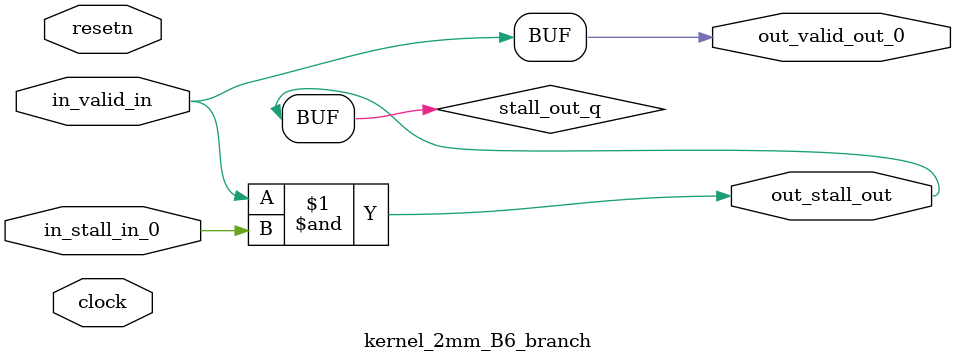
<source format=sv>



(* altera_attribute = "-name AUTO_SHIFT_REGISTER_RECOGNITION OFF; -name MESSAGE_DISABLE 10036; -name MESSAGE_DISABLE 10037; -name MESSAGE_DISABLE 14130; -name MESSAGE_DISABLE 14320; -name MESSAGE_DISABLE 15400; -name MESSAGE_DISABLE 14130; -name MESSAGE_DISABLE 10036; -name MESSAGE_DISABLE 12020; -name MESSAGE_DISABLE 12030; -name MESSAGE_DISABLE 12010; -name MESSAGE_DISABLE 12110; -name MESSAGE_DISABLE 14320; -name MESSAGE_DISABLE 13410; -name MESSAGE_DISABLE 113007; -name MESSAGE_DISABLE 10958" *)
module kernel_2mm_B6_branch (
    input wire [0:0] in_stall_in_0,
    input wire [0:0] in_valid_in,
    output wire [0:0] out_stall_out,
    output wire [0:0] out_valid_out_0,
    input wire clock,
    input wire resetn
    );

    wire [0:0] stall_out_q;


    // stall_out(LOGICAL,6)
    assign stall_out_q = in_valid_in & in_stall_in_0;

    // out_stall_out(GPOUT,4)
    assign out_stall_out = stall_out_q;

    // out_valid_out_0(GPOUT,5)
    assign out_valid_out_0 = in_valid_in;

endmodule

</source>
